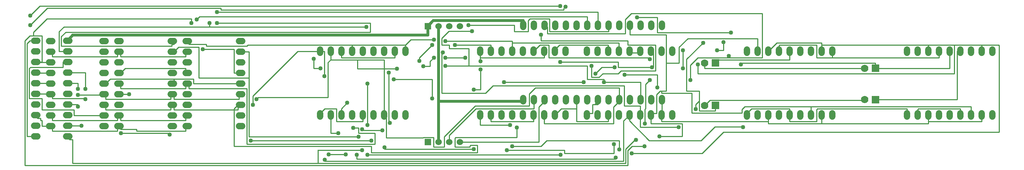
<source format=gbr>
G04 start of page 2 for group 0 idx 0 *
G04 Title: (unknown), top *
G04 Creator: pcb 20110918 *
G04 CreationDate: Tue 14 Jan 2014 03:41:53 PM GMT UTC *
G04 For: vince *
G04 Format: Gerber/RS-274X *
G04 PCB-Dimensions: 1000000 160000 *
G04 PCB-Coordinate-Origin: lower left *
%MOIN*%
%FSLAX25Y25*%
%LNTOP*%
%ADD21C,0.0380*%
%ADD20C,0.0280*%
%ADD19C,0.1250*%
%ADD18C,0.0350*%
%ADD17C,0.0200*%
%ADD16C,0.0400*%
%ADD15C,0.0700*%
%ADD14C,0.0001*%
%ADD13C,0.0600*%
%ADD12C,0.0100*%
%ADD11C,0.0250*%
G54D11*X420500Y134500D02*Y64000D01*
G54D12*X414750Y84500D02*Y66500D01*
D03*
X427000Y120500D03*
D03*
X424750Y110000D03*
X427000Y120500D03*
X424750Y110000D03*
X414750Y84500D03*
Y66500D03*
X427000Y97250D03*
Y105000D03*
Y97250D03*
Y105000D03*
X423500Y117000D03*
Y71500D03*
Y123250D02*Y117000D01*
Y108750D02*Y71500D01*
X427000Y105000D03*
X424750Y110000D02*X423500Y108750D01*
X424750Y110000D03*
X427000Y97250D03*
X430250Y130000D02*X423500Y123250D01*
G54D11*X410500Y134500D03*
D03*
D03*
D03*
G54D12*X412750Y97000D02*X406250D01*
X412750Y101500D02*Y97000D01*
D03*
X416250Y105000D03*
Y122000D03*
X414750Y117000D03*
X416250Y105000D03*
X412750Y101500D01*
X414750Y117000D03*
X416250Y122000D03*
G54D11*X410500Y134500D02*Y126250D01*
D03*
G54D12*X452000Y130000D03*
D03*
X430500Y117000D02*Y113500D01*
Y117000D03*
X423500D01*
X452000Y130000D02*X430250D01*
X445500Y105000D03*
X449000Y113500D02*Y97250D01*
Y113500D03*
X430500D01*
D03*
X449000Y97250D03*
X460000Y101500D03*
D03*
D03*
X459500Y109500D02*Y105500D01*
Y105000D01*
X460000Y101500D02*X459500D01*
X460000D02*X459500D01*
D03*
X460000D02*X459500D01*
Y105000D03*
D03*
Y101500D01*
X449000Y97250D02*X427000D01*
X445500Y105000D03*
X449000Y97250D03*
X445500Y105000D02*X427000D01*
X449000Y97250D02*X427000D01*
X520000Y64000D03*
X567000Y61000D02*X565000D01*
X520000Y64000D03*
X567000Y61000D03*
D03*
X550000Y60500D02*Y57000D01*
Y64000D02*Y60500D01*
Y57000D03*
Y64000D02*Y60500D01*
Y57000D02*X535750D01*
X550000Y60500D02*Y57000D01*
X520000Y64000D02*Y65500D01*
D03*
X570000Y64000D02*Y65500D01*
D03*
Y67000D01*
D03*
Y61000D03*
Y64000D03*
X520000Y65500D02*Y67000D01*
D03*
X522000Y27000D02*X516500Y21500D01*
X590000Y27000D02*X522000D01*
X585000Y15000D02*X538500D01*
D03*
X590000Y18500D03*
X584500Y43000D02*X519500D01*
D03*
X565000Y52500D02*X559500D01*
X565000Y61000D02*Y52500D01*
X570000Y64000D02*X567000Y61000D01*
X570000Y64000D03*
D03*
Y61000D01*
Y64000D02*Y61000D01*
X579500Y45000D02*X550000D01*
X579500Y49500D02*Y45000D01*
X550000D03*
X570000Y61000D02*X567000D01*
X570000D02*X567000D01*
X590000Y64000D03*
D03*
X550000Y57000D02*Y45000D01*
X609500Y59500D02*X594500D01*
X590000Y64000D03*
X594500Y59500D03*
X610000Y64000D03*
D03*
Y65500D01*
X614500Y57000D03*
X610000Y64000D03*
X625000Y70250D02*Y52500D01*
X599500Y51000D02*X594000Y45500D01*
X584500Y43000D03*
X599500Y51000D03*
X579500Y45000D03*
X599500Y51000D02*Y45500D01*
Y52500D03*
X565000D03*
X625000D03*
X599500D03*
X609500Y49500D02*Y39500D01*
X614000Y56500D02*Y43000D01*
D03*
X609500Y39500D03*
X614000Y43000D03*
X627500Y31000D03*
X605750Y27500D03*
X627500Y31000D03*
X619500Y43000D03*
X590000Y27000D03*
X605750Y27500D02*X604500D01*
X596000Y19000D01*
X598250Y17750D02*X602000Y21500D01*
X613500D01*
X599500Y45500D02*X618000Y27000D01*
X598000Y17750D02*X598250D01*
G54D11*X500000Y139750D02*Y137000D01*
Y139750D03*
G54D12*X506250Y141500D02*X504500Y139750D01*
G54D11*X500000Y137000D02*Y139750D01*
D03*
G54D12*X491500Y135500D02*Y129500D01*
Y135500D03*
Y129500D03*
Y135500D02*X448500D01*
X504500Y129500D03*
G54D11*X500000Y134000D02*Y135500D01*
D03*
G54D12*X504500Y129500D02*X491500D01*
G54D11*X500000Y135500D03*
G54D12*X504500Y139750D02*Y129500D01*
G54D11*X500000Y139750D02*X415750D01*
X410500Y134500D01*
X500000Y137000D02*Y135500D01*
G54D12*X534000Y117000D02*X529500Y112500D01*
X524000Y117000D02*Y105000D01*
Y117000D03*
Y105000D03*
X534500Y100750D03*
D03*
X515750Y117000D02*X509500Y110750D01*
X519500Y109500D02*Y105000D01*
X524500Y141500D02*Y129500D01*
X522500Y134000D03*
Y127500D01*
X524500Y141500D03*
Y129500D03*
X534500Y153500D03*
X524500Y141500D02*X506250D01*
X516500Y126500D02*Y121000D01*
X524000Y117000D02*X515750D01*
X522500Y127500D03*
Y134000D02*X520000D01*
X539500Y153000D03*
X538000Y151500D02*Y150000D01*
D03*
X539500Y153000D03*
X538000Y151500D01*
X469500Y117000D02*Y109500D01*
X489500Y119000D02*Y112500D01*
Y120500D02*Y119000D01*
Y120500D03*
X469500Y117000D03*
X489500Y119000D02*Y112500D01*
X459500Y105500D02*Y105000D01*
X519500D02*X459500D01*
X519500D03*
X469500Y117000D02*X436000D01*
X489500Y120500D02*X427000D01*
X516500Y121000D03*
X595500Y127500D02*X522500D01*
X589500Y119000D02*Y112500D01*
Y119000D03*
X579500Y117000D03*
X534000D01*
X595500Y127500D03*
X570000Y137000D03*
X560000D03*
X570000D02*Y135500D01*
X560000Y137000D02*Y135500D01*
Y137000D03*
X570000D03*
X580000Y129500D02*X524500D01*
X598000Y121000D02*X516500D01*
X589500Y119000D02*X489500D01*
X598000Y117000D03*
X619500Y111000D02*X622000D01*
X619500D01*
X622000D02*X619500D01*
X618500Y103500D03*
X619500Y111000D02*X622000Y112500D01*
X619500D01*
X625500Y143000D02*X606500D01*
X600000Y126500D03*
X625500Y128500D03*
X624000Y117000D02*X598000D01*
X595500Y140750D02*Y127500D01*
X534500Y100750D03*
X520000Y134000D02*X522500D01*
X520000D02*X522500D01*
X520000Y135500D01*
X522500Y134000D03*
X520000Y135500D03*
X522500Y137000D01*
X520000D01*
X594500Y78500D02*X471500D01*
X590000Y76500D02*X511250D01*
X560000Y97250D02*X449000D01*
X589000Y96000D03*
X556500Y82000D02*X482000D01*
X560000Y84500D03*
X564000Y86500D03*
X575500Y84500D02*X560000D01*
X575500Y82000D03*
X573500Y96000D02*X567500Y90000D01*
X560000Y97250D02*Y84500D01*
Y97250D03*
X556500Y82000D03*
D03*
X610000D02*X575500D01*
X567500Y90000D03*
X571000Y86500D03*
X567500Y90000D03*
X571000Y86500D02*X564000D01*
X567500Y90000D03*
X589000Y100750D02*X534500D01*
X589000Y90000D02*X574500D01*
X585500Y96000D02*X573500D01*
X620500D02*X589000D01*
X618500Y105000D02*X524000D01*
X620500Y96000D02*X622000D01*
D03*
X620500D01*
D03*
X622000D01*
X624000Y92500D02*X591500D01*
X625500Y89000D02*X595000D01*
X625500Y77000D03*
X618500Y84000D02*X614500Y80000D01*
X450000Y21000D02*X436000D01*
X426000D02*X416000D01*
X426000D03*
X416000D03*
Y30000D02*Y21000D01*
Y30000D03*
X406500D01*
X460000Y93750D02*Y75000D01*
D03*
X464500Y71500D02*X423500D01*
X450750Y22500D02*X450000Y21750D01*
X453500Y19000D03*
D03*
X457000Y22500D02*X450750D01*
X450000Y21750D02*Y21000D01*
G54D11*X420500Y64000D02*Y25500D01*
G54D12*X430500D03*
G54D11*X420500D03*
G54D12*X430500Y31750D02*Y25500D01*
X457000Y22500D02*Y15500D01*
D03*
Y22500D03*
X459500Y41500D03*
X455750Y57000D02*X430500Y31750D01*
X436750Y30000D02*X436000Y29250D01*
X455000Y59500D02*X426000Y30500D01*
X436000Y29250D02*Y21000D01*
X426000Y30500D02*Y21000D01*
X510000Y64000D02*Y57000D01*
X514500Y58500D02*Y25500D01*
X509500Y49500D02*Y45000D01*
D03*
X514500Y25500D03*
X510000Y57000D03*
X519500Y49500D02*Y43000D01*
X535750Y57000D02*X529500Y50750D01*
X538500Y18000D02*Y15000D01*
X535000Y13500D03*
X538500Y18000D03*
X535000Y13500D03*
X516500Y21500D03*
X489500D01*
X538500Y18000D02*X484500D01*
X505500Y59500D02*X455000D01*
G54D11*X500000Y64000D02*X420500D01*
G54D12*X460000Y75000D02*X453500D01*
G54D11*X420500Y64000D02*Y25500D01*
D03*
G54D12*X471500Y78500D02*X464500Y71500D01*
X459500Y49500D02*Y41500D01*
X469500Y49500D02*Y45000D01*
X464500Y71500D03*
X469500Y45000D03*
X510000Y57000D02*X455750D01*
X509500Y45000D02*X469500D01*
X487500Y41500D02*X459500D01*
X514500Y25500D02*X440500D01*
X450000Y21000D03*
X436000D03*
X430500Y25500D03*
G54D11*X420500D03*
G54D12*X494000Y30000D02*X436750D01*
G54D11*X500000Y64000D03*
G54D12*X494000Y39250D02*Y30000D01*
X487500Y41500D03*
X494000Y30000D03*
X487500Y41500D03*
G54D11*X500000Y64000D03*
G54D12*X511250Y76500D02*X505500Y70750D01*
G54D11*X500000Y64000D02*Y65500D01*
D03*
Y67000D01*
D03*
G54D12*X505500Y70750D02*Y59500D01*
D03*
X520000Y64000D02*X514500Y58500D01*
X406000Y29500D03*
X371500D03*
X345500Y30500D02*X243000D01*
X357500Y27000D02*X244500D01*
X243000Y30500D03*
X326500Y34000D02*X319500D01*
X345500D03*
X319500Y49500D02*Y34000D01*
X329500Y57000D02*Y52500D01*
X349500Y45000D03*
X354000Y41500D03*
D03*
X246500Y60500D03*
X241000Y23500D03*
X229000Y21500D03*
X243000Y70500D02*Y30500D01*
X246500Y68750D02*Y60500D01*
X229000Y56750D02*Y21500D01*
X375000Y43500D02*X374000D01*
X368000Y36500D02*X349000D01*
D03*
X570000Y148000D02*X213000D01*
X560000Y143500D02*X196500D01*
X538000Y150000D02*X216500D01*
D03*
X414750Y117000D02*X402500Y104750D01*
X379500Y109500D02*Y105000D01*
X329500D03*
X339500Y117000D03*
X344500Y103000D02*X319500D01*
X369500D02*X344500D01*
X319500D01*
X211750Y134000D02*X206000D01*
X353000D02*X211750D01*
X242000Y117000D02*X241000Y116000D01*
X379500Y105000D03*
X344500Y103000D03*
X389500Y117000D02*X339500D01*
X381500Y94500D02*X344500D01*
D03*
X416250Y122000D02*X394500D01*
X414750Y84500D02*X378500D01*
X402500Y102000D03*
X457000Y15500D02*X357500D01*
X535000Y13500D02*X354000D01*
X453500Y19000D02*X370000D01*
X369500Y51000D02*X371500D01*
X369500D02*X371500D01*
X369500D02*X371500Y52500D01*
X369500D01*
X371500Y51000D02*X369500D01*
X371500D02*X369500D01*
X374000Y43500D03*
X307500Y18000D03*
X349000D01*
X333500Y14000D02*X317500D01*
X370000Y19000D03*
X357500Y15500D03*
X349000Y18000D03*
X313500Y87500D03*
X243000Y86000D02*Y70500D01*
X319500Y103000D03*
X313500Y111000D02*X309500D01*
X310000Y95000D02*X303500D01*
D03*
X229000Y90500D03*
X317000Y100500D02*Y67500D01*
X329500Y109500D02*Y105000D01*
X303500Y104000D02*Y95000D01*
X310000D03*
X344500Y103000D02*Y94500D01*
X319500Y103000D02*X317000Y100500D01*
X313500Y111000D02*Y87500D01*
X288750Y111000D02*X246500Y68750D01*
X349000Y18000D03*
Y37500D02*Y36500D01*
X357500Y27000D03*
Y21500D03*
X349000Y18000D03*
X357500Y21500D02*Y15500D01*
X406000Y29500D02*X371500D01*
X370000Y20500D02*Y19000D01*
Y20500D02*Y19000D01*
Y20500D02*Y19000D01*
D03*
X344000Y13500D02*Y9500D01*
X345500Y30500D03*
Y39000D02*Y34000D01*
X344000Y9500D03*
X368000Y36500D03*
X354000Y41500D03*
X361000Y34000D02*Y23500D01*
X371500Y51000D02*Y29500D01*
X349500Y49500D02*Y45000D01*
X375000Y43500D03*
X374000Y91000D02*Y43500D01*
X354000Y80500D02*Y41500D01*
X381500Y94500D03*
X369500Y103000D02*Y52500D01*
X314000Y9000D02*Y7500D01*
Y9000D02*Y7500D01*
Y9000D02*Y7500D01*
D03*
D03*
X349500Y45000D02*X325000D01*
X326500Y34000D03*
X335000Y62500D02*X329500Y57000D01*
X335000Y62500D03*
X333500Y14000D03*
D03*
X314000Y57000D02*X309500Y52500D01*
X325000Y57000D02*Y45000D01*
X402500Y104750D02*Y102000D01*
X319500Y109500D02*Y103000D01*
X394500Y122000D02*X389500Y117000D01*
Y112500D01*
X356500Y137500D02*Y129000D01*
X353000Y134000D03*
X339500Y117000D02*Y112500D01*
Y117000D03*
Y112500D01*
X369500Y51000D02*X371500D01*
X325000Y57000D03*
X317000Y67500D03*
X335000Y62500D03*
X313500Y87500D03*
X310000Y95000D03*
X361000Y23500D03*
X368000Y36500D03*
X381500Y94500D03*
X375000Y43500D03*
X374000D01*
X375000D02*X374000D01*
X375000D03*
X349000Y37500D02*Y36500D01*
Y37500D02*Y36500D01*
X406500Y30000D02*X406000Y29500D01*
X361000Y34000D03*
X326500D03*
X345500Y39000D03*
Y30500D03*
X357500Y27000D03*
X354000Y41500D03*
D03*
D03*
D03*
X344500Y103000D03*
X369500D03*
X379500Y105000D02*X329500D01*
X402500Y102000D03*
X389500Y117000D03*
X356500Y129000D03*
Y137500D03*
X353000Y134000D03*
X313500Y111000D03*
X309500D02*Y112500D01*
D03*
G54D11*X410500Y126250D02*X77500D01*
G54D12*X49000Y125500D02*X41000D01*
G54D11*X77500Y126250D03*
G54D12*X41000Y125500D02*X37750D01*
X41000Y128750D02*Y125500D01*
X65000Y127500D02*Y129500D01*
X356500Y137500D02*X213000D01*
X189000D03*
X194000Y141000D03*
X216500Y151500D02*X54000D01*
X38000Y144500D02*X47000Y153500D01*
X356500Y129000D02*X71250D01*
X206000Y134000D02*X69500D01*
X65000Y129500D01*
X339500Y117000D02*X242000D01*
X389500D02*Y112500D01*
X534500Y153500D02*X47000D01*
X181750Y85000D02*X172500D01*
X37000Y94750D02*Y66500D01*
X113000Y85000D02*X108500Y80500D01*
X33000Y120750D02*Y3500D01*
X349000Y36500D03*
X319500Y34000D03*
X345500Y39000D02*X340500D01*
X361000Y34000D02*X345500D01*
X594000Y45500D02*Y7500D01*
X596000Y5500D02*X77500D01*
X594000Y7500D02*X314000D01*
X598000Y3500D02*X33000D01*
X586500Y9500D02*X344000D01*
X586500D03*
X357500Y21500D02*X229000D01*
X361000Y23500D02*X241000D01*
X335000Y62500D03*
X44500Y31000D02*X35000D01*
D03*
X74500Y41000D02*X73000D01*
X74500Y28000D03*
Y61000D02*X73000D01*
X44500Y71000D02*X43000D01*
X232750Y60500D02*Y56000D01*
X241000Y76000D02*Y23500D01*
X233500Y70500D02*Y66000D01*
D03*
X232750Y56000D03*
Y60500D03*
X229000Y56750D01*
Y113000D02*Y90500D01*
X251500Y67500D02*X250000Y66000D01*
D03*
X317000Y67500D02*X251500D01*
X250000Y66000D03*
X243000Y86000D02*Y70500D01*
Y110500D02*Y86000D01*
X241000Y76000D03*
X243000Y86000D03*
X246500Y60500D03*
X325000Y57000D02*X314000D01*
X325000Y45000D03*
X236500Y90500D02*X229000D01*
X319500Y103000D03*
X307500Y5500D02*Y18000D01*
X243000Y110500D03*
X309500Y111000D02*X288750D01*
X243000Y110500D02*X236500D01*
X58500Y100500D02*X49000D01*
X229000Y113000D03*
X199500D01*
X241000Y116000D02*X203000D01*
X67000Y124750D02*Y116000D01*
X37750Y121000D02*X35000Y118250D01*
X38000Y135500D02*X54000Y151500D01*
X899500Y95000D02*X830000D01*
X906500Y65500D02*X830000D01*
Y95000D03*
D03*
X879500Y49500D02*Y45000D01*
D03*
D03*
X859500Y57000D03*
X906500Y65500D03*
X904000Y90000D03*
X899500Y95000D03*
X869500Y56250D02*Y52500D01*
X899500Y109500D02*Y95000D01*
X904000Y117000D02*Y90000D01*
X906500Y109500D02*Y65500D01*
Y109500D02*Y111000D01*
X904000Y117000D03*
X889500Y109500D02*Y105000D01*
D03*
X891750Y117000D03*
X879500D02*Y109500D01*
X891750Y117000D02*X879500D01*
X891750D02*X879500D01*
X891750D03*
D03*
X909500Y109500D03*
X904000Y117000D03*
X906500Y109500D02*X909500D01*
D03*
X906500D01*
X929500Y117000D02*Y109500D01*
X906500Y111000D02*X909500D01*
X906500D02*X908000Y112500D01*
X909500D01*
X904000Y117000D02*X891750D01*
X904000D02*X891750D01*
X859500Y57000D02*Y49500D01*
X870250Y57000D02*X869500Y56250D01*
X879500Y43000D03*
Y45000D02*Y43000D01*
X889500Y105000D02*X789500D01*
D03*
X830000Y100000D02*Y95000D01*
Y100000D03*
X820000Y95000D03*
D03*
D03*
D03*
D03*
D03*
Y65500D02*Y65000D01*
D03*
D03*
X789500Y109500D02*Y105000D01*
X909500Y57000D02*Y49500D01*
X879500D02*Y45000D01*
X909500Y57000D03*
X870250D01*
X915000Y45000D02*X879500D01*
X915000D02*X929500D01*
Y51000D01*
X919500Y59000D02*Y51000D01*
X618500Y105000D02*Y103500D01*
Y105000D03*
X625500Y89000D02*Y77000D01*
X646000Y100000D02*X634000D01*
X649500Y95000D03*
X646000Y100000D03*
X629500Y73500D02*Y71500D01*
Y73500D02*X628250D01*
X629500Y71500D03*
X625000Y52500D02*X619500D01*
X629500D02*X630000D01*
X629500D02*X630000D01*
D03*
X629500D01*
X634000Y100000D02*Y73500D01*
X646000Y114750D02*Y100000D01*
X680000Y60000D02*Y55000D01*
D03*
X665000D03*
X675000Y65000D02*X670000Y60000D01*
X618500Y84000D03*
X614500Y80000D02*Y57000D01*
X619500Y49500D02*Y43000D01*
X628250Y73500D02*X625000Y70250D01*
X629500Y49500D02*Y45000D01*
X649000Y43000D02*X619500D01*
X658000Y53000D03*
X653000Y73500D03*
X661500Y56500D03*
X665000Y64250D02*Y55000D01*
Y64250D02*X661500Y60750D01*
X605750Y27500D03*
X596000Y19000D02*Y5500D01*
X590000Y27000D02*Y18500D01*
X594000Y7500D03*
X596000Y5500D03*
X590000Y18500D03*
X586500Y11000D02*Y9500D01*
D03*
Y11000D02*Y9500D01*
D03*
Y11000D02*Y9500D01*
D03*
X598000Y17750D02*Y3500D01*
D03*
X585000Y23500D02*Y15000D01*
D03*
X601500D02*X667500D01*
X634000Y73500D02*X629500D01*
X680000Y55000D02*X665000D01*
X705000Y53000D03*
X666500Y27000D02*X679500Y40000D01*
X649000Y43000D02*Y31000D01*
X627500D03*
X649000D02*X627500D01*
X645500Y39500D02*X609500D01*
X705000Y56250D02*Y53000D01*
X618000Y27000D02*X666500D01*
X667500Y15000D02*X687500Y35000D01*
X668500Y119000D03*
X670000Y95000D03*
X668500Y119000D02*X653000Y103500D01*
X663750Y105000D02*X656500Y97750D01*
X670000Y60000D03*
X704000Y98500D03*
X692500Y105000D03*
D03*
D03*
D03*
D03*
X653000Y103500D02*Y73500D01*
X665000D02*Y64250D01*
X656500Y97750D02*Y84000D01*
D03*
X692500Y105000D02*X663750D01*
X680000Y100000D03*
X609500Y109500D02*X599500D01*
X598000Y121000D02*Y117000D01*
X624000D02*Y92500D01*
X622000Y111000D02*Y96000D01*
D03*
X609500Y59500D02*Y52500D01*
X645500Y39500D03*
X630000Y52500D03*
Y64000D02*Y52500D01*
X649500Y112000D02*Y95000D01*
X663500Y98500D02*Y90000D01*
X579500Y117000D02*Y109500D01*
X574500Y90000D02*X571000Y86500D01*
X564000Y97250D02*Y86500D01*
X601250Y146500D02*X595500Y140750D01*
X625500Y143000D02*Y128500D01*
X600000Y134000D02*Y126500D01*
X589000Y100750D02*Y96000D01*
X625500Y143000D03*
X654250Y123000D02*X646000Y114750D01*
X634000Y126500D02*Y100000D01*
X620500Y96000D03*
X580000Y134000D02*Y129500D01*
X570000Y148000D02*Y137000D01*
X560000Y143500D02*Y137000D01*
Y143500D03*
X570000Y148000D03*
X580000Y129500D03*
X594500Y78500D02*Y59500D01*
X590000Y76500D02*Y64000D01*
Y76500D03*
X594500Y78500D03*
X584500Y58500D02*Y43000D01*
X610000Y82000D02*Y64000D01*
Y82000D03*
X614500Y57000D02*X614000Y56500D01*
X590000Y64000D02*X584500Y58500D01*
X609500Y59500D03*
X614500Y57000D03*
X575500Y84500D02*Y82000D01*
Y84500D03*
Y82000D02*Y84500D01*
D03*
Y82000D03*
X625500Y77000D03*
X618500Y84000D03*
X591500Y92500D02*X589000Y90000D01*
X585500Y96000D03*
X589000Y90000D03*
X585500Y96000D03*
X589000Y100750D03*
X598000Y121000D03*
X665000Y64250D03*
X661500Y60750D02*Y56500D01*
X670000Y60000D03*
X661500Y56500D03*
X658000Y71500D03*
X656500Y84000D03*
X649000Y31000D03*
Y43000D03*
X665000Y73500D03*
X668500Y119000D03*
X645500Y39500D03*
X649500Y95000D03*
X619500Y111000D02*X622000D01*
X624000Y117000D03*
X609500Y109500D03*
X619500Y111000D02*X622000D01*
X634000Y126500D03*
X625500Y89000D03*
X624000Y92500D03*
X620500Y96000D03*
D03*
D03*
D03*
X618500Y103500D02*Y105000D01*
D03*
Y103500D03*
X775000Y45000D02*X749500D01*
Y57000D02*Y49500D01*
Y45000D01*
X779500Y43000D02*X754500D01*
X749500Y45000D03*
X775000Y56250D02*Y45000D01*
X769500Y59000D02*Y49500D01*
X775750Y57000D02*X775000Y56250D01*
X859500Y57000D02*X775750D01*
X769500Y59000D03*
X919500D01*
X879500Y43000D02*X779500D01*
X754500D01*
X820000Y65500D02*Y65000D01*
D03*
Y65500D02*Y65000D01*
D03*
Y95000D03*
X779500Y49500D02*Y43000D01*
D03*
X775000Y45000D03*
X904000Y117000D02*X945000D01*
X945500Y116500D01*
X946000Y35000D02*Y116500D01*
X945500Y117000D01*
X904000Y90000D02*X663500D01*
D03*
X724000Y105000D03*
X704000Y98500D03*
X724000Y105000D02*X692500D01*
Y106500D02*Y105000D01*
Y106500D02*Y105000D01*
D03*
D03*
X775000D03*
X749500Y103000D03*
X680000Y100000D03*
X830000D02*X705500D01*
X820000Y95000D02*X670000D01*
X775000Y117000D02*Y105000D01*
X779500Y117000D02*Y112500D01*
X775000Y117000D03*
X779500D02*Y112500D01*
Y119000D02*Y117000D01*
Y119000D03*
X775000Y117000D02*X740250D01*
X779500Y119000D02*X737750D01*
X789500Y105000D02*X775000D01*
X789500Y109500D02*Y105000D01*
D03*
X879500Y117000D02*X779500D01*
X739500Y116250D02*Y112500D01*
X749500Y57000D03*
X769500Y59000D02*X737250D01*
X769500D02*X737250D01*
X670000Y60000D03*
X820000Y65000D02*X675000D01*
X749500Y57000D02*X714000D01*
X754500Y43000D02*X729500D01*
X737250Y59000D02*X707750D01*
X729500Y43000D03*
Y45000D03*
X679500Y40000D02*X705500D01*
X706000Y39500D01*
X687500Y35000D02*X946000D01*
X724000Y146500D02*Y105000D01*
X694500Y128500D03*
X719500Y123000D02*Y109500D01*
Y123000D03*
X724000Y146500D03*
X694500Y128500D03*
X687500Y112000D02*X681500D01*
X687500D03*
Y119500D02*Y112000D01*
X724000Y146500D02*X601250D01*
X719500Y123000D02*X654250D01*
X634000Y126500D02*X600000D01*
X694500Y128500D02*X625500D01*
X683000Y103000D02*X680000Y100000D01*
X692500Y106500D02*Y105000D01*
D03*
Y106500D02*Y105000D01*
X705500Y100000D02*X704000Y98500D01*
X670000Y100000D02*Y95000D01*
X705000Y53000D02*X658000D01*
X707750Y59000D02*X705000Y56250D01*
X714000Y57000D02*X709500Y52500D01*
X749500Y103000D02*X683000D01*
X749500Y109500D02*Y103000D01*
X740250Y117000D02*X739500Y116250D01*
X737750Y119000D02*X729500Y110750D01*
Y49500D02*Y45000D01*
X629500D01*
X729500Y49500D02*Y45000D01*
X629500D03*
X729500D03*
X665000Y73500D02*X653000D01*
X634000D03*
X658000Y71500D02*Y53000D01*
Y71500D02*X629500D01*
X729500Y45000D02*Y43000D01*
G54D11*X74500Y122750D02*Y121000D01*
G54D12*X71250Y129000D02*X67000Y124750D01*
G54D11*X74500Y121000D03*
G54D12*Y31000D02*X73000D01*
X74500Y101000D03*
X73000D01*
X35000Y118250D02*Y31000D01*
X44500D03*
X43000D01*
X44500Y48000D02*Y51000D01*
Y48000D03*
X58500Y70500D02*Y66500D01*
X49000D02*X37000D01*
X55500Y81000D02*Y80500D01*
Y81000D01*
Y80500D02*Y81000D01*
Y80500D01*
D03*
X44500Y51000D02*X43000D01*
X55500Y70500D02*Y71000D01*
Y70500D01*
D03*
X47500Y48000D03*
X55500Y40500D02*X49000D01*
X58500Y50500D02*Y46000D01*
Y40500D02*Y36000D01*
X49000Y66500D02*Y56000D01*
X55500Y71000D02*Y70500D01*
Y71000D01*
X49000Y46000D02*Y40500D01*
X47500Y48000D02*Y46000D01*
Y48000D03*
X44500Y51000D02*Y48000D01*
X49000Y46000D03*
X44500Y51000D02*Y48000D01*
Y51000D02*Y48000D01*
Y51000D02*Y48000D01*
X47500D01*
X44500Y51000D02*Y48000D01*
X47500D01*
X44500Y31000D03*
Y48000D03*
X68500Y96000D02*X38250D01*
X37000Y94750D01*
X44500Y91000D02*Y90500D01*
Y91000D02*Y90500D01*
Y91000D02*Y90500D01*
D03*
X58500D02*X44500D01*
Y100500D02*X46750D01*
X44500D02*X46750D01*
X44500Y101000D02*X46750D01*
X44500Y100500D02*Y101000D01*
Y100500D03*
Y101000D02*Y100500D01*
Y101000D02*Y100500D01*
D03*
Y101000D02*X43000D01*
X46750D02*Y100500D01*
X49000D02*X46750D01*
X181750Y85000D02*X172500D01*
Y80500D01*
X191000Y85000D02*Y80500D01*
X196000Y115000D02*Y86000D01*
X183500Y95000D02*Y90500D01*
Y95000D03*
X191000Y85000D03*
X183500Y80500D02*Y76000D01*
X186500Y80500D02*Y76000D01*
X183500D03*
X169500Y60500D02*Y56000D01*
X172500Y60500D02*Y56000D01*
X169500Y70500D02*Y66000D01*
X172500Y70500D02*Y66000D01*
X169500D03*
Y56000D03*
X183500Y50500D02*Y46000D01*
Y40500D02*Y36000D01*
D03*
Y46000D03*
X89500Y66500D03*
X105500Y70500D02*Y70000D01*
Y70500D02*Y70000D01*
X82500Y81000D03*
X108500Y70500D02*Y66000D01*
X86000Y41000D03*
X79000Y56000D03*
X89500Y66500D02*Y66000D01*
Y91000D03*
X79000Y56000D02*X49000D01*
X183500Y110500D02*Y106000D01*
X186500Y120500D02*Y117500D01*
X177000Y115000D02*X172500Y110500D01*
X241000Y116000D03*
X203000Y117500D02*Y116000D01*
Y117500D03*
X241000Y116000D03*
X196500Y143500D02*X194000Y141000D01*
X211750Y134000D02*X206000D01*
Y137500D02*Y134000D01*
X189000Y141500D02*Y137500D01*
Y141500D03*
X194000Y141000D03*
X216500Y151500D02*Y150000D01*
X119500Y50500D02*Y46000D01*
X122500Y50500D02*Y46000D01*
X119500D03*
Y40500D02*Y36000D01*
X137500Y37500D02*Y36000D01*
X122500Y40500D02*Y37500D01*
X137500D03*
X119500Y36000D03*
X122500Y80500D02*Y76000D01*
X130500Y70500D03*
D03*
G54D11*X77500Y126250D02*Y125750D01*
Y126250D02*Y125750D01*
G54D12*X189000Y141500D02*X53750D01*
X119500Y110500D02*Y106000D01*
X170500Y116000D02*X67000D01*
X170500Y117500D02*Y116000D01*
X172500Y117500D03*
Y120500D02*Y117500D01*
X122500Y110500D02*Y106000D01*
X108500Y80500D03*
Y60500D02*Y56000D01*
X68500Y101000D02*Y96000D01*
X74500Y101000D03*
X127000Y95000D02*X122500Y90500D01*
X119500Y106000D02*X58500D01*
X44500Y31000D03*
X168500Y34000D02*Y32500D01*
Y34000D03*
X82500Y61000D02*Y59000D01*
Y61000D03*
Y81000D02*Y75500D01*
X89500Y91000D02*Y75500D01*
X77500Y28000D02*Y5500D01*
X74500Y31000D02*Y28000D01*
Y31000D02*Y28000D01*
Y31000D02*Y28000D01*
Y31000D02*Y28000D01*
Y31000D02*Y28000D01*
Y31000D01*
X77500Y28000D03*
X74500D02*X77500D01*
X74500D02*X77500D01*
X74500D03*
Y31000D02*Y28000D01*
D03*
X79000Y56000D02*Y50500D01*
X49000Y66500D03*
X58500Y110500D02*Y106000D01*
X41500Y121000D03*
X53750Y141500D02*X41000Y128750D01*
X49000Y125500D03*
X41500Y121000D03*
X37750Y125500D02*X33000Y120750D01*
X65000Y127500D02*Y111000D01*
X74500D03*
D03*
X49000Y125500D02*Y101000D01*
X46750D01*
X74500D03*
X68500D02*X71500D01*
X196000Y115000D03*
X183500Y106000D03*
X168500Y32500D02*Y34000D01*
D03*
Y32500D03*
D03*
X183500Y90500D03*
D03*
X172500Y80500D03*
D03*
Y110500D03*
Y80500D03*
X233500D02*X191000D01*
X232750Y56000D02*X172500D01*
X241000Y76000D02*X186500D01*
D03*
X172500Y56000D03*
X191000Y80500D03*
Y85000D02*X181750D01*
X243000Y86000D02*X196000D01*
D03*
X189000Y137500D03*
X186500Y120500D02*Y117500D01*
Y120500D02*Y117500D01*
D03*
X172500Y120500D02*Y117500D01*
Y120500D02*Y117500D01*
D03*
D03*
D03*
Y110500D03*
D03*
Y117500D02*X170500D01*
Y116000D03*
X119500Y106000D03*
X122500Y90500D03*
D03*
D03*
X105500Y70500D02*Y70000D01*
Y70500D01*
Y70000D01*
Y70500D01*
Y70000D03*
X130500Y70500D02*X122500D01*
Y76000D03*
X108500Y80500D03*
D03*
X169500Y56000D02*X108500D01*
X183500Y46000D02*X122500D01*
X183500Y36000D02*X137500D01*
Y37500D02*X122500D01*
X108500Y56000D03*
X119500Y46000D02*X58500D01*
X119500Y36000D02*X58500D01*
X49000Y46000D02*X47500D01*
X58500Y36000D03*
X47500Y46000D03*
X49000Y40500D03*
X58500Y46000D03*
X49000Y56000D03*
X79000Y50500D03*
X168500Y34000D02*X123000D01*
X86000Y41000D03*
X105500Y50500D02*X79000D01*
X82500Y59000D02*Y61000D01*
D03*
Y59000D03*
X77500Y28000D03*
X82500Y59000D03*
X122500Y40500D02*Y37500D01*
Y40500D02*Y37500D01*
Y40500D01*
Y37500D03*
Y46000D03*
X74500Y28000D03*
X77500D02*X74500D01*
X82500Y61000D02*X74500D01*
X82500Y75500D03*
Y81000D02*X74500D01*
X89500Y91000D02*X74500D01*
X89500Y75500D03*
X82500D03*
X89500Y66000D02*Y66500D01*
Y66000D02*Y66500D01*
Y66000D02*Y66500D01*
D03*
Y75500D03*
Y66000D02*Y66500D01*
X58500D03*
X89500D02*X58500D01*
X55500Y70500D03*
Y80500D03*
X49000Y101000D02*Y100500D01*
X74500Y111000D02*X65000D01*
D03*
X74500Y101000D02*X68500D01*
Y96000D03*
X170500Y117500D02*Y120500D01*
X183500Y106000D02*X122500D01*
X183500Y95000D02*X127000D01*
X183500Y76000D02*X122500D01*
X172500Y85000D02*X113000D01*
X70500Y134000D03*
X196000Y115000D02*X177000D01*
X203000Y117500D02*X186500D01*
D03*
X203000Y116000D03*
X169500Y66000D02*X108500D01*
X233500D02*X172500D01*
D03*
X108500D03*
X105500Y70000D02*X82500D01*
X105500D03*
X86000Y41000D02*X74500D01*
X122500Y37500D03*
X137500Y36000D03*
X55500Y71000D02*X44500D01*
X37000Y66500D03*
X55500Y81000D02*X44500D01*
Y90500D03*
X46750Y101000D02*X44500D01*
X46750Y100500D03*
X122500Y106000D03*
X58500D03*
X44500Y48000D03*
X47500D02*X44500D01*
X33000Y3500D03*
X77500Y5500D03*
X67000Y116000D03*
X41500Y121000D02*X37750D01*
G54D11*X74500D03*
X77500Y125750D02*X74500Y122750D01*
G54D13*X121000Y120500D03*
Y110500D03*
Y100500D03*
Y90500D03*
Y80500D03*
Y70500D03*
Y60500D03*
X171000D03*
X121000Y50500D03*
X171000D03*
X121000Y40500D03*
X171000D03*
Y70500D03*
Y80500D03*
Y90500D03*
Y100500D03*
Y110500D03*
Y120500D03*
X185000D03*
Y110500D03*
Y100500D03*
Y90500D03*
Y80500D03*
Y70500D03*
Y60500D03*
Y50500D03*
Y40500D03*
X235000Y110500D03*
Y120500D03*
X57000D03*
X107000D03*
X57000Y110500D03*
Y100500D03*
Y90500D03*
Y80500D03*
Y70500D03*
Y60500D03*
Y50500D03*
X43000Y51000D03*
Y61000D03*
X57000Y40500D03*
X43000Y31000D03*
Y41000D03*
Y71000D03*
Y81000D03*
Y91000D03*
Y101000D03*
Y111000D03*
Y121000D03*
X107000Y40500D03*
Y50500D03*
Y60500D03*
Y70500D03*
Y80500D03*
Y90500D03*
Y100500D03*
Y110500D03*
X73000Y121000D03*
Y111000D03*
Y101000D03*
Y91000D03*
Y81000D03*
Y71000D03*
Y61000D03*
Y51000D03*
Y41000D03*
Y31000D03*
G54D14*G36*
X826500Y69000D02*Y62000D01*
X833500D01*
Y69000D01*
X826500D01*
G37*
G54D15*X820000Y65500D03*
G54D13*X859500Y51000D03*
X869500D03*
X879500D03*
X889500D03*
X899500D03*
X909500D03*
X919500D03*
X929500D03*
X939500D03*
Y111000D03*
X929500D03*
X919500D03*
X909500D03*
X899500D03*
X889500D03*
X879500D03*
X869500D03*
X859500D03*
X709500Y51000D03*
X719500D03*
X729500D03*
X739500D03*
X749500D03*
X759500D03*
X769500D03*
X779500D03*
X789500D03*
G54D14*G36*
X676500Y63500D02*Y56500D01*
X683500D01*
Y63500D01*
X676500D01*
G37*
G54D15*X670000Y60000D03*
G54D13*X789500Y111000D03*
G54D14*G36*
X826500Y98500D02*Y91500D01*
X833500D01*
Y98500D01*
X826500D01*
G37*
G54D15*X820000Y95000D03*
G54D13*X779500Y111000D03*
X769500D03*
X759500D03*
X749500D03*
X739500D03*
X729500D03*
X719500D03*
X709500D03*
G54D14*G36*
X676500Y103500D02*Y96500D01*
X683500D01*
Y103500D01*
X676500D01*
G37*
G54D15*X670000Y100000D03*
G54D13*X309500Y51000D03*
X319500D03*
X329500D03*
X339500D03*
X349500D03*
X359500D03*
X369500D03*
X379500D03*
X235000Y40500D03*
Y50500D03*
Y60500D03*
Y70500D03*
Y80500D03*
Y90500D03*
Y100500D03*
X389500Y111000D03*
X379500D03*
X369500D03*
X359500D03*
X349500D03*
X339500D03*
X329500D03*
X319500D03*
X309500D03*
X389500Y51000D03*
X459500D03*
X469500D03*
X479500D03*
X489500D03*
X499500D03*
X509500D03*
G54D14*G36*
X407500Y28500D02*Y22500D01*
X413500D01*
Y28500D01*
X407500D01*
G37*
G54D13*X420500Y25500D03*
X430500D03*
X440500D03*
G54D14*G36*
X407500Y137500D02*Y131500D01*
X413500D01*
Y137500D01*
X407500D01*
G37*
G54D13*X420500Y134500D03*
X430500D03*
X440500D03*
X539500Y111000D03*
X529500D03*
X519500D03*
X509500D03*
X499500D03*
X489500D03*
X479500D03*
X469500D03*
X459500D03*
X500000Y135500D03*
X510000D03*
X520000D03*
X530000D03*
X540000D03*
X550000D03*
X560000D03*
X570000D03*
X580000D03*
X590000D03*
X600000D03*
X610000D03*
X620000D03*
X630000D03*
X519500Y51000D03*
X529500D03*
X539500D03*
X560000Y65500D03*
X550000D03*
X540000D03*
X530000D03*
X520000D03*
X510000D03*
X500000D03*
X630000D03*
X620000D03*
X610000D03*
X600000D03*
X590000D03*
X580000D03*
X570000D03*
X559500Y51000D03*
X569500D03*
X579500D03*
X589500D03*
X599500D03*
X609500D03*
X619500D03*
X629500D03*
X639500D03*
Y111000D03*
X629500D03*
X619500D03*
X609500D03*
X599500D03*
X589500D03*
X579500D03*
X569500D03*
X559500D03*
X119500Y60500D02*X122500D01*
X119500Y50500D02*X122500D01*
X119500Y40500D02*X122500D01*
X105500D02*X108500D01*
X105500Y50500D02*X108500D01*
X119500Y100500D02*X122500D01*
X119500Y90500D02*X122500D01*
X119500Y120500D02*X122500D01*
X119500Y110500D02*X122500D01*
X119500Y80500D02*X122500D01*
X119500Y70500D02*X122500D01*
X105500Y60500D02*X108500D01*
X105500Y70500D02*X108500D01*
X105500Y80500D02*X108500D01*
X105500Y90500D02*X108500D01*
X105500Y100500D02*X108500D01*
X105500Y110500D02*X108500D01*
X105500Y120500D02*X108500D01*
X309500Y52500D02*Y49500D01*
X319500Y52500D02*Y49500D01*
X329500Y52500D02*Y49500D01*
X339500Y52500D02*Y49500D01*
X349500Y52500D02*Y49500D01*
X359500Y52500D02*Y49500D01*
X369500Y52500D02*Y49500D01*
X379500Y52500D02*Y49500D01*
X389500Y52500D02*Y49500D01*
Y112500D02*Y109500D01*
X379500Y112500D02*Y109500D01*
X369500Y112500D02*Y109500D01*
X359500Y112500D02*Y109500D01*
X349500Y112500D02*Y109500D01*
X339500Y112500D02*Y109500D01*
X329500Y112500D02*Y109500D01*
X319500Y112500D02*Y109500D01*
X309500Y112500D02*Y109500D01*
X169500Y40500D02*X172500D01*
X169500Y50500D02*X172500D01*
X169500Y60500D02*X172500D01*
X169500Y90500D02*X172500D01*
X169500Y100500D02*X172500D01*
X169500Y110500D02*X172500D01*
X183500D02*X186500D01*
X169500Y120500D02*X172500D01*
X183500D02*X186500D01*
X183500Y100500D02*X186500D01*
X183500Y90500D02*X186500D01*
X169500Y70500D02*X172500D01*
X169500Y80500D02*X172500D01*
X183500D02*X186500D01*
X183500Y70500D02*X186500D01*
X183500Y60500D02*X186500D01*
X183500Y50500D02*X186500D01*
X183500Y40500D02*X186500D01*
X233500D02*X236500D01*
X233500Y50500D02*X236500D01*
X233500Y60500D02*X236500D01*
X233500Y70500D02*X236500D01*
X233500Y80500D02*X236500D01*
X233500Y90500D02*X236500D01*
X233500Y100500D02*X236500D01*
X233500Y110500D02*X236500D01*
X233500Y120500D02*X236500D01*
X55500D02*X58500D01*
X55500Y110500D02*X58500D01*
X71500Y121000D02*X74500D01*
X71500Y111000D02*X74500D01*
X55500Y80500D02*X58500D01*
X55500Y70500D02*X58500D01*
X55500Y60500D02*X58500D01*
X55500Y50500D02*X58500D01*
X55500Y40500D02*X58500D01*
X41500Y31000D02*X44500D01*
X41500Y41000D02*X44500D01*
X41500Y51000D02*X44500D01*
X41500Y61000D02*X44500D01*
X41500Y71000D02*X44500D01*
X41500Y81000D02*X44500D01*
X41500Y91000D02*X44500D01*
X41500Y101000D02*X44500D01*
X41500Y111000D02*X44500D01*
X41500Y121000D02*X44500D01*
X55500Y100500D02*X58500D01*
X55500Y90500D02*X58500D01*
X71500Y101000D02*X74500D01*
X71500Y91000D02*X74500D01*
X71500Y81000D02*X74500D01*
X71500Y71000D02*X74500D01*
X71500Y61000D02*X74500D01*
X71500Y51000D02*X74500D01*
X71500Y41000D02*X74500D01*
X71500Y31000D02*X74500D01*
X859500Y52500D02*Y49500D01*
X869500Y52500D02*Y49500D01*
X879500Y52500D02*Y49500D01*
X889500Y52500D02*Y49500D01*
X899500Y52500D02*Y49500D01*
X909500Y52500D02*Y49500D01*
X919500Y52500D02*Y49500D01*
X929500Y52500D02*Y49500D01*
X939500Y52500D02*Y49500D01*
Y112500D02*Y109500D01*
X929500Y112500D02*Y109500D01*
X919500Y112500D02*Y109500D01*
X909500Y112500D02*Y109500D01*
X899500Y112500D02*Y109500D01*
X889500Y112500D02*Y109500D01*
X879500Y112500D02*Y109500D01*
X869500Y112500D02*Y109500D01*
X709500Y52500D02*Y49500D01*
X719500Y52500D02*Y49500D01*
X729500Y52500D02*Y49500D01*
X739500Y52500D02*Y49500D01*
X749500Y52500D02*Y49500D01*
X759500Y52500D02*Y49500D01*
X769500Y52500D02*Y49500D01*
X779500Y52500D02*Y49500D01*
X789500Y52500D02*Y49500D01*
X859500Y112500D02*Y109500D01*
X789500Y112500D02*Y109500D01*
X779500Y112500D02*Y109500D01*
X769500Y112500D02*Y109500D01*
X759500Y112500D02*Y109500D01*
X749500Y112500D02*Y109500D01*
X739500Y112500D02*Y109500D01*
X729500Y112500D02*Y109500D01*
X719500Y112500D02*Y109500D01*
X709500Y112500D02*Y109500D01*
X459500Y52500D02*Y49500D01*
X469500Y52500D02*Y49500D01*
X479500Y52500D02*Y49500D01*
X489500Y52500D02*Y49500D01*
X499500Y52500D02*Y49500D01*
X509500Y52500D02*Y49500D01*
X519500Y52500D02*Y49500D01*
X509500Y112500D02*Y109500D01*
X510000Y137000D02*Y134000D01*
X499500Y112500D02*Y109500D01*
X500000Y137000D02*Y134000D01*
X489500Y112500D02*Y109500D01*
X479500Y112500D02*Y109500D01*
X469500Y112500D02*Y109500D01*
X459500Y112500D02*Y109500D01*
X529500Y52500D02*Y49500D01*
X539500Y52500D02*Y49500D01*
X540000Y67000D02*Y64000D01*
X530000Y67000D02*Y64000D01*
X520000Y67000D02*Y64000D01*
X510000Y67000D02*Y64000D01*
X500000Y67000D02*Y64000D01*
X539500Y112500D02*Y109500D01*
X529500Y112500D02*Y109500D01*
X519500Y112500D02*Y109500D01*
X520000Y137000D02*Y134000D01*
X530000Y137000D02*Y134000D01*
X540000Y137000D02*Y134000D01*
X550000Y137000D02*Y134000D01*
X559500Y112500D02*Y109500D01*
X560000Y137000D02*Y134000D01*
X570000Y137000D02*Y134000D01*
X580000Y137000D02*Y134000D01*
X630000Y67000D02*Y64000D01*
X620000Y67000D02*Y64000D01*
X610000Y67000D02*Y64000D01*
X600000Y67000D02*Y64000D01*
X590000Y67000D02*Y64000D01*
X580000Y67000D02*Y64000D01*
X570000Y67000D02*Y64000D01*
X560000Y67000D02*Y64000D01*
X550000Y67000D02*Y64000D01*
X559500Y52500D02*Y49500D01*
X569500Y52500D02*Y49500D01*
X579500Y52500D02*Y49500D01*
X589500Y52500D02*Y49500D01*
X599500Y52500D02*Y49500D01*
X609500Y52500D02*Y49500D01*
X619500Y52500D02*Y49500D01*
X629500Y52500D02*Y49500D01*
X639500Y52500D02*Y49500D01*
X590000Y137000D02*Y134000D01*
X600000Y137000D02*Y134000D01*
X610000Y137000D02*Y134000D01*
X620000Y137000D02*Y134000D01*
X619500Y112500D02*Y109500D01*
X630000Y137000D02*Y134000D01*
X639500Y112500D02*Y109500D01*
X629500Y112500D02*Y109500D01*
X609500Y112500D02*Y109500D01*
X599500Y112500D02*Y109500D01*
X589500Y112500D02*Y109500D01*
X579500Y112500D02*Y109500D01*
X569500Y112500D02*Y109500D01*
G54D16*X213000Y148000D03*
Y137500D03*
X194000Y141000D03*
X86000Y41000D03*
X82500Y70000D03*
X38000Y135500D03*
Y144500D03*
X206000Y137500D03*
X189000D03*
X89500Y66000D03*
X130500Y70500D03*
X168500Y32500D03*
X123000Y34000D03*
X244500Y27000D03*
X349000Y18000D03*
Y37500D03*
X354000Y13500D03*
Y41500D03*
Y80500D03*
X368000Y36500D03*
X357500Y27000D03*
X345500Y30500D03*
X353000Y134000D03*
X199500Y113000D03*
X303500Y104000D03*
X310000Y95000D03*
X313500Y87500D03*
X314000Y9000D03*
X344000Y13500D03*
X333500Y14000D03*
X317500D03*
X340500Y39000D03*
X326500Y34000D03*
X335000Y62500D03*
X250000Y66000D03*
X246500Y60500D03*
X82500Y59000D03*
Y75500D03*
X89500D03*
X375000Y43500D03*
X374000Y91000D03*
X378500Y84500D03*
X381500Y94500D03*
X661500Y56500D03*
X414750Y66500D03*
X575500Y82000D03*
X453500Y75000D03*
X482000Y82000D03*
X556500D03*
X460000Y93750D03*
X567500Y90000D03*
X706000Y39500D03*
X534500Y153500D03*
X539500Y153000D03*
X516500Y126500D03*
X564000Y97250D03*
X618500Y103500D03*
X668500Y119000D03*
X656500Y84000D03*
X663500Y98500D03*
X692500Y106500D03*
X681500Y112000D03*
X687500Y119500D03*
X704000Y98500D03*
X585500Y96000D03*
X606500Y143000D03*
X694500Y128500D03*
X618500Y84000D03*
X595000Y89000D03*
X625500Y77000D03*
X614000Y43000D03*
X605750Y27500D03*
X627500Y31000D03*
X590000Y18500D03*
X613500Y21500D03*
X534500Y100750D03*
X620500Y96000D03*
X649500Y95000D03*
Y112000D03*
X535000Y13500D03*
X489500Y21500D03*
X494000Y39250D03*
X601500Y15000D03*
X585000Y23500D03*
X645500Y39500D03*
X586500Y11000D03*
X484500Y18000D03*
X487500Y41500D03*
X406250Y97000D03*
X416250Y105000D03*
X427000Y97250D03*
X445500Y105000D03*
X448500Y135500D03*
X402500Y102000D03*
X460000Y101500D03*
X452000Y130000D03*
X427000Y105000D03*
X424750Y110000D03*
X414750Y117000D03*
X436000D03*
X416250Y122000D03*
X427000Y120500D03*
X370000Y20500D03*
X453500Y19000D03*
G54D17*G54D18*G54D19*G54D18*G54D19*G54D18*G54D20*G54D18*G54D19*G54D18*G54D19*G54D18*G54D20*G54D18*G54D20*G54D18*G54D20*G54D18*G54D21*G54D18*M02*

</source>
